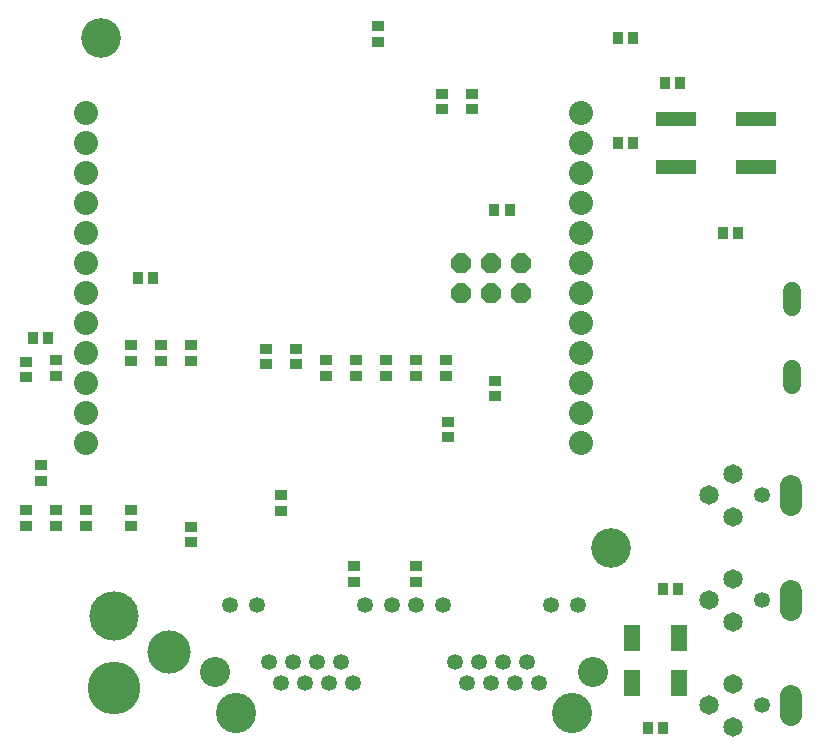
<source format=gbs>
G75*
%MOIN*%
%OFA0B0*%
%FSLAX24Y24*%
%IPPOS*%
%LPD*%
%AMOC8*
5,1,8,0,0,1.08239X$1,22.5*
%
%ADD10C,0.1320*%
%ADD11R,0.0414X0.0336*%
%ADD12OC8,0.0660*%
%ADD13C,0.0532*%
%ADD14C,0.1340*%
%ADD15C,0.1005*%
%ADD16C,0.1760*%
%ADD17C,0.1444*%
%ADD18C,0.1641*%
%ADD19C,0.0720*%
%ADD20C,0.0651*%
%ADD21R,0.0336X0.0414*%
%ADD22C,0.0591*%
%ADD23R,0.1320X0.0454*%
%ADD24C,0.0800*%
%ADD25R,0.0560X0.0887*%
D10*
X020160Y007825D03*
X003160Y024825D03*
D11*
X012410Y024694D03*
X012410Y025206D03*
X014535Y022956D03*
X014535Y022444D03*
X015535Y022450D03*
X015535Y022962D03*
X009660Y014456D03*
X009660Y013944D03*
X008660Y013944D03*
X008660Y014456D03*
X010660Y014081D03*
X010660Y013569D03*
X011660Y013569D03*
X011660Y014081D03*
X012660Y014081D03*
X012660Y013569D03*
X013660Y013569D03*
X013660Y014081D03*
X014660Y014081D03*
X014660Y013569D03*
X014723Y012018D03*
X014723Y011507D03*
X016285Y012882D03*
X016285Y013393D03*
X013660Y007206D03*
X013660Y006694D03*
X011598Y006694D03*
X011598Y007206D03*
X009160Y009069D03*
X009160Y009581D03*
X006160Y008518D03*
X006160Y008007D03*
X004160Y008569D03*
X004160Y009081D03*
X002660Y009081D03*
X002660Y008569D03*
X001660Y008569D03*
X001660Y009081D03*
X000660Y009081D03*
X000660Y008569D03*
X001160Y010069D03*
X001160Y010581D03*
X000660Y013507D03*
X000660Y014018D03*
X001660Y014081D03*
X001660Y013569D03*
X004160Y014069D03*
X004160Y014581D03*
X005160Y014581D03*
X005160Y014069D03*
X006160Y014069D03*
X006160Y014581D03*
D12*
X015160Y016325D03*
X016160Y016325D03*
X016160Y017325D03*
X015160Y017325D03*
X017160Y017325D03*
X017160Y016325D03*
D13*
X025215Y009575D03*
X025215Y006075D03*
X025215Y002575D03*
X019062Y005923D03*
X018160Y005923D03*
X017357Y004026D03*
X016558Y004026D03*
X015758Y004026D03*
X014959Y004026D03*
X015361Y003325D03*
X016160Y003325D03*
X016959Y003325D03*
X017758Y003325D03*
X014562Y005923D03*
X013660Y005923D03*
X012861Y005923D03*
X011959Y005923D03*
X011156Y004026D03*
X010357Y004026D03*
X009558Y004026D03*
X008758Y004026D03*
X009160Y003325D03*
X009959Y003325D03*
X010758Y003325D03*
X011558Y003325D03*
X008361Y005923D03*
X007459Y005923D03*
D14*
X007660Y002325D03*
X018861Y002325D03*
D15*
X019560Y003675D03*
X006961Y003675D03*
D16*
X003598Y003157D03*
D17*
X005448Y004358D03*
D18*
X003598Y005539D03*
D19*
X026160Y005745D02*
X026160Y006405D01*
X026160Y009245D02*
X026160Y009905D01*
X026160Y002905D02*
X026160Y002245D01*
D20*
X024231Y001847D03*
X023443Y002575D03*
X024231Y003303D03*
X024231Y005347D03*
X023443Y006075D03*
X024231Y006803D03*
X024231Y008847D03*
X023443Y009575D03*
X024231Y010303D03*
D21*
X022416Y006450D03*
X021904Y006450D03*
X021916Y001825D03*
X021404Y001825D03*
X004916Y016825D03*
X004404Y016825D03*
X001416Y014825D03*
X000904Y014825D03*
X016279Y019075D03*
X016791Y019075D03*
X020404Y021325D03*
X020916Y021325D03*
X021967Y023325D03*
X022478Y023325D03*
X020916Y024825D03*
X020404Y024825D03*
X023904Y018325D03*
X024416Y018325D03*
D22*
X026213Y016390D02*
X026213Y015858D01*
X026213Y013792D02*
X026213Y013260D01*
D23*
X024999Y020538D03*
X024999Y022112D03*
X022321Y022112D03*
X022321Y020538D03*
D24*
X019160Y020325D03*
X019160Y019325D03*
X019160Y018325D03*
X019160Y017325D03*
X019160Y016325D03*
X019160Y015325D03*
X019160Y014325D03*
X019160Y013325D03*
X019160Y012325D03*
X019160Y011325D03*
X019160Y021325D03*
X019160Y022325D03*
X002660Y022325D03*
X002660Y021325D03*
X002660Y020325D03*
X002660Y019325D03*
X002660Y018325D03*
X002660Y017325D03*
X002660Y016325D03*
X002660Y015325D03*
X002660Y014325D03*
X002660Y013325D03*
X002660Y012325D03*
X002660Y011325D03*
D25*
X020879Y004825D03*
X020879Y003325D03*
X022441Y003325D03*
X022441Y004825D03*
M02*

</source>
